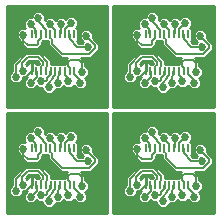
<source format=gbl>
G75*
%MOIN*%
%OFA0B0*%
%FSLAX25Y25*%
%IPPOS*%
%LPD*%
%AMOC8*
5,1,8,0,0,1.08239X$1,22.5*
%
%ADD10R,0.00787X0.02756*%
%ADD11C,0.01000*%
%ADD12C,0.02700*%
%ADD13C,0.00600*%
D10*
X0012327Y0013500D03*
X0013902Y0013500D03*
X0015476Y0013500D03*
X0017051Y0013500D03*
X0018626Y0013500D03*
X0020201Y0013500D03*
X0021776Y0013500D03*
X0023350Y0013500D03*
X0024925Y0013500D03*
X0026500Y0013500D03*
X0026500Y0025626D03*
X0024846Y0025626D03*
X0023272Y0025626D03*
X0021697Y0025626D03*
X0020122Y0025626D03*
X0018547Y0025626D03*
X0016972Y0025626D03*
X0015398Y0025626D03*
X0013823Y0025626D03*
X0012248Y0025626D03*
X0012327Y0051500D03*
X0013902Y0051500D03*
X0015476Y0051500D03*
X0017051Y0051500D03*
X0018626Y0051500D03*
X0020201Y0051500D03*
X0021776Y0051500D03*
X0023350Y0051500D03*
X0024925Y0051500D03*
X0026500Y0051500D03*
X0026500Y0063626D03*
X0024846Y0063626D03*
X0023272Y0063626D03*
X0021697Y0063626D03*
X0020122Y0063626D03*
X0018547Y0063626D03*
X0016972Y0063626D03*
X0015398Y0063626D03*
X0013823Y0063626D03*
X0012248Y0063626D03*
X0050248Y0063626D03*
X0051823Y0063626D03*
X0053398Y0063626D03*
X0054972Y0063626D03*
X0056547Y0063626D03*
X0058122Y0063626D03*
X0059697Y0063626D03*
X0061272Y0063626D03*
X0062846Y0063626D03*
X0064500Y0063626D03*
X0064500Y0051500D03*
X0062925Y0051500D03*
X0061350Y0051500D03*
X0059776Y0051500D03*
X0058201Y0051500D03*
X0056626Y0051500D03*
X0055051Y0051500D03*
X0053476Y0051500D03*
X0051902Y0051500D03*
X0050327Y0051500D03*
X0050248Y0025626D03*
X0051823Y0025626D03*
X0053398Y0025626D03*
X0054972Y0025626D03*
X0056547Y0025626D03*
X0058122Y0025626D03*
X0059697Y0025626D03*
X0061272Y0025626D03*
X0062846Y0025626D03*
X0064500Y0025626D03*
X0064500Y0013500D03*
X0062925Y0013500D03*
X0061350Y0013500D03*
X0059776Y0013500D03*
X0058201Y0013500D03*
X0056626Y0013500D03*
X0055051Y0013500D03*
X0053476Y0013500D03*
X0051902Y0013500D03*
X0050327Y0013500D03*
D11*
X0004000Y0004000D02*
X0004000Y0037500D01*
X0037500Y0037500D01*
X0037500Y0004000D01*
X0004000Y0004000D01*
X0004000Y0004411D02*
X0037500Y0004411D01*
X0037500Y0005409D02*
X0004000Y0005409D01*
X0004000Y0006408D02*
X0016410Y0006408D01*
X0017068Y0005750D02*
X0015750Y0007068D01*
X0015750Y0007750D01*
X0014568Y0007750D01*
X0014000Y0008318D01*
X0012932Y0007250D01*
X0011068Y0007250D01*
X0009750Y0008568D01*
X0009750Y0010432D01*
X0010655Y0011337D01*
X0010605Y0011423D01*
X0010432Y0011250D01*
X0009250Y0011250D01*
X0009250Y0010568D01*
X0007932Y0009250D01*
X0006068Y0009250D01*
X0004750Y0010568D01*
X0004750Y0012432D01*
X0005800Y0013482D01*
X0005800Y0015997D01*
X0006503Y0016700D01*
X0010003Y0020200D01*
X0015497Y0020200D01*
X0016200Y0019497D01*
X0018700Y0016997D01*
X0018700Y0015778D01*
X0019392Y0015778D01*
X0019413Y0015757D01*
X0019434Y0015778D01*
X0020967Y0015778D01*
X0020988Y0015757D01*
X0021009Y0015778D01*
X0022542Y0015778D01*
X0022563Y0015757D01*
X0022584Y0015778D01*
X0023300Y0015778D01*
X0023300Y0016997D01*
X0023800Y0017497D01*
X0024103Y0017800D01*
X0022003Y0017800D01*
X0021300Y0018503D01*
X0017800Y0022003D01*
X0017800Y0023348D01*
X0017781Y0023348D01*
X0017760Y0023369D01*
X0017739Y0023348D01*
X0016206Y0023348D01*
X0016185Y0023369D01*
X0016164Y0023348D01*
X0016045Y0023348D01*
X0015700Y0023003D01*
X0015700Y0022003D01*
X0015200Y0021503D01*
X0014497Y0020800D01*
X0010503Y0020800D01*
X0009003Y0022300D01*
X0008300Y0023003D01*
X0008300Y0023518D01*
X0007250Y0024568D01*
X0007250Y0026432D01*
X0008568Y0027750D01*
X0010068Y0027750D01*
X0009750Y0028068D01*
X0009750Y0029932D01*
X0011068Y0031250D01*
X0012250Y0031250D01*
X0012250Y0031932D01*
X0013568Y0033250D01*
X0015432Y0033250D01*
X0016750Y0031932D01*
X0016750Y0030432D01*
X0017568Y0031250D01*
X0019432Y0031250D01*
X0020250Y0030432D01*
X0021068Y0031250D01*
X0022932Y0031250D01*
X0023500Y0030682D01*
X0024568Y0031750D01*
X0026432Y0031750D01*
X0027750Y0030432D01*
X0027750Y0028568D01*
X0027086Y0027904D01*
X0027266Y0027904D01*
X0027794Y0027377D01*
X0027794Y0023875D01*
X0027308Y0023389D01*
X0027997Y0022700D01*
X0029018Y0022700D01*
X0029318Y0023000D01*
X0028250Y0024068D01*
X0028250Y0025932D01*
X0029568Y0027250D01*
X0031432Y0027250D01*
X0032750Y0025932D01*
X0032750Y0024447D01*
X0034700Y0022497D01*
X0034700Y0020503D01*
X0033997Y0019800D01*
X0031997Y0017800D01*
X0028897Y0017800D01*
X0029497Y0017200D01*
X0030200Y0016497D01*
X0030200Y0014982D01*
X0031250Y0013932D01*
X0031250Y0012068D01*
X0030182Y0011000D01*
X0030750Y0010432D01*
X0030750Y0008568D01*
X0029432Y0007250D01*
X0027568Y0007250D01*
X0026250Y0008568D01*
X0026250Y0008568D01*
X0025432Y0007750D01*
X0023568Y0007750D01*
X0023000Y0008318D01*
X0021932Y0007250D01*
X0020250Y0007250D01*
X0020250Y0007068D01*
X0018932Y0005750D01*
X0017068Y0005750D01*
X0015750Y0007406D02*
X0013088Y0007406D01*
X0010912Y0007406D02*
X0004000Y0007406D01*
X0004000Y0008405D02*
X0009913Y0008405D01*
X0009750Y0009403D02*
X0008085Y0009403D01*
X0009084Y0010402D02*
X0009750Y0010402D01*
X0010582Y0011400D02*
X0010618Y0011400D01*
X0012327Y0013500D02*
X0012327Y0016378D01*
X0012327Y0013500D01*
X0012327Y0013500D01*
X0012327Y0014396D02*
X0012327Y0014396D01*
X0012327Y0015394D02*
X0012327Y0015394D01*
X0013299Y0016276D02*
X0013641Y0016078D01*
X0013921Y0015799D01*
X0013933Y0015778D01*
X0014581Y0015778D01*
X0014800Y0015997D01*
X0014800Y0016003D01*
X0014003Y0016800D01*
X0011497Y0016800D01*
X0010439Y0015742D01*
X0010605Y0015577D01*
X0010733Y0015799D01*
X0011012Y0016078D01*
X0011354Y0016276D01*
X0011736Y0016378D01*
X0012327Y0016378D01*
X0012918Y0016378D01*
X0013299Y0016276D01*
X0014410Y0016393D02*
X0011090Y0016393D01*
X0008193Y0018390D02*
X0004000Y0018390D01*
X0004000Y0017391D02*
X0007194Y0017391D01*
X0006196Y0016393D02*
X0004000Y0016393D01*
X0004000Y0015394D02*
X0005800Y0015394D01*
X0005800Y0014396D02*
X0004000Y0014396D01*
X0004000Y0013397D02*
X0005715Y0013397D01*
X0004750Y0012399D02*
X0004000Y0012399D01*
X0004000Y0011400D02*
X0004750Y0011400D01*
X0004916Y0010402D02*
X0004000Y0010402D01*
X0004000Y0009403D02*
X0005915Y0009403D01*
X0004000Y0019388D02*
X0009191Y0019388D01*
X0009918Y0021385D02*
X0004000Y0021385D01*
X0004000Y0020387D02*
X0019416Y0020387D01*
X0020415Y0019388D02*
X0016309Y0019388D01*
X0017307Y0018390D02*
X0021413Y0018390D01*
X0023694Y0017391D02*
X0018306Y0017391D01*
X0018700Y0016393D02*
X0023300Y0016393D01*
X0018418Y0021385D02*
X0015082Y0021385D01*
X0015700Y0022384D02*
X0017800Y0022384D01*
X0010190Y0030372D02*
X0004000Y0030372D01*
X0004000Y0031370D02*
X0012250Y0031370D01*
X0012687Y0032369D02*
X0004000Y0032369D01*
X0004000Y0033368D02*
X0037500Y0033368D01*
X0037500Y0034366D02*
X0004000Y0034366D01*
X0004000Y0035365D02*
X0037500Y0035365D01*
X0037500Y0036363D02*
X0004000Y0036363D01*
X0004000Y0037362D02*
X0037500Y0037362D01*
X0039500Y0037362D02*
X0073000Y0037362D01*
X0073000Y0037500D02*
X0073000Y0004000D01*
X0039500Y0004000D01*
X0039500Y0037500D01*
X0073000Y0037500D01*
X0073000Y0036363D02*
X0039500Y0036363D01*
X0039500Y0035365D02*
X0073000Y0035365D01*
X0073000Y0034366D02*
X0039500Y0034366D01*
X0039500Y0033368D02*
X0073000Y0033368D01*
X0073000Y0032369D02*
X0054313Y0032369D01*
X0054750Y0031932D02*
X0053432Y0033250D01*
X0051568Y0033250D01*
X0050250Y0031932D01*
X0050250Y0031250D01*
X0049068Y0031250D01*
X0047750Y0029932D01*
X0047750Y0028068D01*
X0048068Y0027750D01*
X0046568Y0027750D01*
X0045250Y0026432D01*
X0045250Y0024568D01*
X0046300Y0023518D01*
X0046300Y0023003D01*
X0047003Y0022300D01*
X0048503Y0020800D01*
X0052497Y0020800D01*
X0053700Y0022003D01*
X0053700Y0023003D01*
X0054045Y0023348D01*
X0054164Y0023348D01*
X0054185Y0023369D01*
X0054206Y0023348D01*
X0055739Y0023348D01*
X0055760Y0023369D01*
X0055781Y0023348D01*
X0055800Y0023348D01*
X0055800Y0022003D01*
X0059300Y0018503D01*
X0060003Y0017800D01*
X0062103Y0017800D01*
X0061800Y0017497D01*
X0061300Y0016997D01*
X0061300Y0015778D01*
X0060584Y0015778D01*
X0060563Y0015757D01*
X0060542Y0015778D01*
X0059009Y0015778D01*
X0058988Y0015757D01*
X0058967Y0015778D01*
X0057434Y0015778D01*
X0057413Y0015757D01*
X0057392Y0015778D01*
X0056700Y0015778D01*
X0056700Y0016997D01*
X0054200Y0019497D01*
X0053497Y0020200D01*
X0048003Y0020200D01*
X0044503Y0016700D01*
X0043800Y0015997D01*
X0043800Y0013482D01*
X0042750Y0012432D01*
X0042750Y0010568D01*
X0044068Y0009250D01*
X0045932Y0009250D01*
X0047250Y0010568D01*
X0047250Y0011250D01*
X0048432Y0011250D01*
X0048605Y0011423D01*
X0048655Y0011337D01*
X0047750Y0010432D01*
X0047750Y0008568D01*
X0049068Y0007250D01*
X0050932Y0007250D01*
X0052000Y0008318D01*
X0052568Y0007750D01*
X0053750Y0007750D01*
X0053750Y0007068D01*
X0055068Y0005750D01*
X0056932Y0005750D01*
X0058250Y0007068D01*
X0058250Y0007250D01*
X0059932Y0007250D01*
X0061000Y0008318D01*
X0061568Y0007750D01*
X0063432Y0007750D01*
X0064250Y0008568D01*
X0065568Y0007250D01*
X0067432Y0007250D01*
X0068750Y0008568D01*
X0068750Y0010432D01*
X0068182Y0011000D01*
X0069250Y0012068D01*
X0069250Y0013932D01*
X0068200Y0014982D01*
X0068200Y0016497D01*
X0067497Y0017200D01*
X0066897Y0017800D01*
X0069997Y0017800D01*
X0071997Y0019800D01*
X0072700Y0020503D01*
X0072700Y0022497D01*
X0070750Y0024447D01*
X0070750Y0025932D01*
X0069432Y0027250D01*
X0067568Y0027250D01*
X0066250Y0025932D01*
X0066250Y0024068D01*
X0067318Y0023000D01*
X0067018Y0022700D01*
X0065997Y0022700D01*
X0065308Y0023389D01*
X0065794Y0023875D01*
X0065794Y0027377D01*
X0065266Y0027904D01*
X0065086Y0027904D01*
X0065750Y0028568D01*
X0065750Y0030432D01*
X0064432Y0031750D01*
X0062568Y0031750D01*
X0061500Y0030682D01*
X0060932Y0031250D01*
X0059068Y0031250D01*
X0058250Y0030432D01*
X0057432Y0031250D01*
X0055568Y0031250D01*
X0054750Y0030432D01*
X0054750Y0031932D01*
X0054750Y0031370D02*
X0062189Y0031370D01*
X0064811Y0031370D02*
X0073000Y0031370D01*
X0073000Y0030372D02*
X0065750Y0030372D01*
X0065750Y0029373D02*
X0073000Y0029373D01*
X0073000Y0028375D02*
X0065557Y0028375D01*
X0065794Y0027376D02*
X0073000Y0027376D01*
X0073000Y0026378D02*
X0070304Y0026378D01*
X0070750Y0025379D02*
X0073000Y0025379D01*
X0073000Y0024381D02*
X0070816Y0024381D01*
X0071815Y0023382D02*
X0073000Y0023382D01*
X0073000Y0022384D02*
X0072700Y0022384D01*
X0072700Y0021385D02*
X0073000Y0021385D01*
X0073000Y0020387D02*
X0072584Y0020387D01*
X0073000Y0019388D02*
X0071585Y0019388D01*
X0070587Y0018390D02*
X0073000Y0018390D01*
X0073000Y0017391D02*
X0067306Y0017391D01*
X0068200Y0016393D02*
X0073000Y0016393D01*
X0073000Y0015394D02*
X0068200Y0015394D01*
X0068786Y0014396D02*
X0073000Y0014396D01*
X0073000Y0013397D02*
X0069250Y0013397D01*
X0069250Y0012399D02*
X0073000Y0012399D01*
X0073000Y0011400D02*
X0068582Y0011400D01*
X0068750Y0010402D02*
X0073000Y0010402D01*
X0073000Y0009403D02*
X0068750Y0009403D01*
X0068587Y0008405D02*
X0073000Y0008405D01*
X0073000Y0007406D02*
X0067588Y0007406D01*
X0065412Y0007406D02*
X0060088Y0007406D01*
X0057590Y0006408D02*
X0073000Y0006408D01*
X0073000Y0005409D02*
X0039500Y0005409D01*
X0039500Y0006408D02*
X0054410Y0006408D01*
X0053750Y0007406D02*
X0051088Y0007406D01*
X0048912Y0007406D02*
X0039500Y0007406D01*
X0039500Y0008405D02*
X0047913Y0008405D01*
X0047750Y0009403D02*
X0046085Y0009403D01*
X0047084Y0010402D02*
X0047750Y0010402D01*
X0048582Y0011400D02*
X0048618Y0011400D01*
X0050327Y0013500D02*
X0050327Y0016378D01*
X0050327Y0013500D01*
X0050327Y0013500D01*
X0050327Y0014396D02*
X0050327Y0014396D01*
X0050327Y0015394D02*
X0050327Y0015394D01*
X0050327Y0016378D02*
X0049736Y0016378D01*
X0049354Y0016276D01*
X0049012Y0016078D01*
X0048733Y0015799D01*
X0048605Y0015577D01*
X0048439Y0015742D01*
X0049497Y0016800D01*
X0052003Y0016800D01*
X0052800Y0016003D01*
X0052800Y0015997D01*
X0052581Y0015778D01*
X0051933Y0015778D01*
X0051921Y0015799D01*
X0051641Y0016078D01*
X0051299Y0016276D01*
X0050918Y0016378D01*
X0050327Y0016378D01*
X0049090Y0016393D02*
X0052410Y0016393D01*
X0055307Y0018390D02*
X0059413Y0018390D01*
X0058415Y0019388D02*
X0054309Y0019388D01*
X0053082Y0021385D02*
X0056418Y0021385D01*
X0057416Y0020387D02*
X0039500Y0020387D01*
X0039500Y0021385D02*
X0047918Y0021385D01*
X0047003Y0022300D02*
X0047003Y0022300D01*
X0046919Y0022384D02*
X0039500Y0022384D01*
X0039500Y0023382D02*
X0046300Y0023382D01*
X0045437Y0024381D02*
X0039500Y0024381D01*
X0039500Y0025379D02*
X0045250Y0025379D01*
X0045250Y0026378D02*
X0039500Y0026378D01*
X0039500Y0027376D02*
X0046194Y0027376D01*
X0047750Y0028375D02*
X0039500Y0028375D01*
X0039500Y0029373D02*
X0047750Y0029373D01*
X0048190Y0030372D02*
X0039500Y0030372D01*
X0039500Y0031370D02*
X0050250Y0031370D01*
X0050687Y0032369D02*
X0039500Y0032369D01*
X0037500Y0032369D02*
X0016313Y0032369D01*
X0016750Y0031370D02*
X0024189Y0031370D01*
X0026811Y0031370D02*
X0037500Y0031370D01*
X0037500Y0030372D02*
X0027750Y0030372D01*
X0027750Y0029373D02*
X0037500Y0029373D01*
X0037500Y0028375D02*
X0027557Y0028375D01*
X0027794Y0027376D02*
X0037500Y0027376D01*
X0037500Y0026378D02*
X0032304Y0026378D01*
X0032750Y0025379D02*
X0037500Y0025379D01*
X0037500Y0024381D02*
X0032816Y0024381D01*
X0033815Y0023382D02*
X0037500Y0023382D01*
X0037500Y0022384D02*
X0034700Y0022384D01*
X0034700Y0021385D02*
X0037500Y0021385D01*
X0037500Y0020387D02*
X0034584Y0020387D01*
X0033585Y0019388D02*
X0037500Y0019388D01*
X0037500Y0018390D02*
X0032587Y0018390D01*
X0030200Y0016393D02*
X0037500Y0016393D01*
X0037500Y0017391D02*
X0029306Y0017391D01*
X0030200Y0015394D02*
X0037500Y0015394D01*
X0037500Y0014396D02*
X0030786Y0014396D01*
X0031250Y0013397D02*
X0037500Y0013397D01*
X0037500Y0012399D02*
X0031250Y0012399D01*
X0030582Y0011400D02*
X0037500Y0011400D01*
X0037500Y0010402D02*
X0030750Y0010402D01*
X0030750Y0009403D02*
X0037500Y0009403D01*
X0037500Y0008405D02*
X0030587Y0008405D01*
X0029588Y0007406D02*
X0037500Y0007406D01*
X0037500Y0006408D02*
X0019590Y0006408D01*
X0022088Y0007406D02*
X0027412Y0007406D01*
X0026413Y0008405D02*
X0026087Y0008405D01*
X0039500Y0009403D02*
X0043915Y0009403D01*
X0042916Y0010402D02*
X0039500Y0010402D01*
X0039500Y0011400D02*
X0042750Y0011400D01*
X0042750Y0012399D02*
X0039500Y0012399D01*
X0039500Y0013397D02*
X0043715Y0013397D01*
X0043800Y0014396D02*
X0039500Y0014396D01*
X0039500Y0015394D02*
X0043800Y0015394D01*
X0044196Y0016393D02*
X0039500Y0016393D01*
X0039500Y0017391D02*
X0045194Y0017391D01*
X0046193Y0018390D02*
X0039500Y0018390D01*
X0039500Y0019388D02*
X0047191Y0019388D01*
X0053700Y0022384D02*
X0055800Y0022384D01*
X0056306Y0017391D02*
X0061694Y0017391D01*
X0061300Y0016393D02*
X0056700Y0016393D01*
X0064250Y0008568D02*
X0064250Y0008568D01*
X0064087Y0008405D02*
X0064413Y0008405D01*
X0073000Y0004411D02*
X0039500Y0004411D01*
X0028936Y0023382D02*
X0027315Y0023382D01*
X0027794Y0024381D02*
X0028250Y0024381D01*
X0028250Y0025379D02*
X0027794Y0025379D01*
X0027794Y0026378D02*
X0028696Y0026378D01*
X0037500Y0039500D02*
X0037500Y0073000D01*
X0004000Y0073000D01*
X0004000Y0039500D01*
X0037500Y0039500D01*
X0037500Y0040357D02*
X0004000Y0040357D01*
X0004000Y0041356D02*
X0037500Y0041356D01*
X0037500Y0042354D02*
X0004000Y0042354D01*
X0004000Y0043353D02*
X0037500Y0043353D01*
X0037500Y0044351D02*
X0019533Y0044351D01*
X0018932Y0043750D02*
X0020250Y0045068D01*
X0020250Y0045250D01*
X0021932Y0045250D01*
X0023000Y0046318D01*
X0023568Y0045750D01*
X0025432Y0045750D01*
X0026250Y0046568D01*
X0027568Y0045250D01*
X0029432Y0045250D01*
X0030750Y0046568D01*
X0030750Y0048432D01*
X0030182Y0049000D01*
X0031250Y0050068D01*
X0031250Y0051932D01*
X0030200Y0052982D01*
X0030200Y0054497D01*
X0029497Y0055200D01*
X0028897Y0055800D01*
X0031997Y0055800D01*
X0034700Y0058503D01*
X0034700Y0060497D01*
X0032750Y0062447D01*
X0032750Y0063932D01*
X0031432Y0065250D01*
X0029568Y0065250D01*
X0028250Y0063932D01*
X0028250Y0062068D01*
X0029318Y0061000D01*
X0029018Y0060700D01*
X0027997Y0060700D01*
X0027308Y0061389D01*
X0027794Y0061875D01*
X0027794Y0065377D01*
X0027266Y0065904D01*
X0027086Y0065904D01*
X0027750Y0066568D01*
X0027750Y0068432D01*
X0026432Y0069750D01*
X0024568Y0069750D01*
X0023500Y0068682D01*
X0022932Y0069250D01*
X0021068Y0069250D01*
X0020250Y0068432D01*
X0019432Y0069250D01*
X0017568Y0069250D01*
X0016750Y0068432D01*
X0016750Y0069932D01*
X0015432Y0071250D01*
X0013568Y0071250D01*
X0012250Y0069932D01*
X0012250Y0069250D01*
X0011068Y0069250D01*
X0009750Y0067932D01*
X0009750Y0066068D01*
X0010068Y0065750D01*
X0008568Y0065750D01*
X0007250Y0064432D01*
X0007250Y0062568D01*
X0008300Y0061518D01*
X0008300Y0061003D01*
X0009003Y0060300D01*
X0010503Y0058800D01*
X0014497Y0058800D01*
X0015200Y0059503D01*
X0015700Y0060003D01*
X0015700Y0061003D01*
X0016045Y0061348D01*
X0016164Y0061348D01*
X0016185Y0061369D01*
X0016206Y0061348D01*
X0017739Y0061348D01*
X0017760Y0061369D01*
X0017781Y0061348D01*
X0017800Y0061348D01*
X0017800Y0060003D01*
X0021300Y0056503D01*
X0022003Y0055800D01*
X0024103Y0055800D01*
X0024003Y0055700D01*
X0024003Y0055700D01*
X0023300Y0054997D01*
X0023300Y0053778D01*
X0022584Y0053778D01*
X0022563Y0053757D01*
X0022542Y0053778D01*
X0021009Y0053778D01*
X0020988Y0053757D01*
X0020967Y0053778D01*
X0019434Y0053778D01*
X0019413Y0053757D01*
X0019392Y0053778D01*
X0018700Y0053778D01*
X0018700Y0054997D01*
X0016200Y0057497D01*
X0015497Y0058200D01*
X0010003Y0058200D01*
X0006503Y0054700D01*
X0005800Y0053997D01*
X0005800Y0051482D01*
X0004750Y0050432D01*
X0004750Y0048568D01*
X0006068Y0047250D01*
X0007932Y0047250D01*
X0009250Y0048568D01*
X0009250Y0049250D01*
X0010432Y0049250D01*
X0010605Y0049423D01*
X0010655Y0049337D01*
X0009750Y0048432D01*
X0009750Y0046568D01*
X0011068Y0045250D01*
X0012932Y0045250D01*
X0014000Y0046318D01*
X0014568Y0045750D01*
X0015750Y0045750D01*
X0015750Y0045068D01*
X0017068Y0043750D01*
X0018932Y0043750D01*
X0016467Y0044351D02*
X0004000Y0044351D01*
X0004000Y0045350D02*
X0010968Y0045350D01*
X0009970Y0046348D02*
X0004000Y0046348D01*
X0004000Y0047347D02*
X0005971Y0047347D01*
X0004973Y0048345D02*
X0004000Y0048345D01*
X0004000Y0049344D02*
X0004750Y0049344D01*
X0004750Y0050342D02*
X0004000Y0050342D01*
X0004000Y0051341D02*
X0005659Y0051341D01*
X0005800Y0052339D02*
X0004000Y0052339D01*
X0004000Y0053338D02*
X0005800Y0053338D01*
X0006139Y0054336D02*
X0004000Y0054336D01*
X0004000Y0055335D02*
X0007138Y0055335D01*
X0008136Y0056333D02*
X0004000Y0056333D01*
X0004000Y0057332D02*
X0009135Y0057332D01*
X0009974Y0059329D02*
X0004000Y0059329D01*
X0004000Y0060327D02*
X0008976Y0060327D01*
X0008300Y0061326D02*
X0004000Y0061326D01*
X0004000Y0062324D02*
X0007494Y0062324D01*
X0007250Y0063323D02*
X0004000Y0063323D01*
X0004000Y0064321D02*
X0007250Y0064321D01*
X0008138Y0065320D02*
X0004000Y0065320D01*
X0004000Y0066318D02*
X0009750Y0066318D01*
X0009750Y0067317D02*
X0004000Y0067317D01*
X0004000Y0068315D02*
X0010133Y0068315D01*
X0012250Y0069314D02*
X0004000Y0069314D01*
X0004000Y0070312D02*
X0012630Y0070312D01*
X0016370Y0070312D02*
X0037500Y0070312D01*
X0037500Y0069314D02*
X0026868Y0069314D01*
X0027750Y0068315D02*
X0037500Y0068315D01*
X0037500Y0067317D02*
X0027750Y0067317D01*
X0027500Y0066318D02*
X0037500Y0066318D01*
X0037500Y0065320D02*
X0027794Y0065320D01*
X0027794Y0064321D02*
X0028639Y0064321D01*
X0028250Y0063323D02*
X0027794Y0063323D01*
X0027794Y0062324D02*
X0028250Y0062324D01*
X0028992Y0061326D02*
X0027371Y0061326D01*
X0032873Y0062324D02*
X0037500Y0062324D01*
X0037500Y0061326D02*
X0033871Y0061326D01*
X0034700Y0060327D02*
X0037500Y0060327D01*
X0037500Y0059329D02*
X0034700Y0059329D01*
X0034527Y0058330D02*
X0037500Y0058330D01*
X0037500Y0057332D02*
X0033529Y0057332D01*
X0032530Y0056333D02*
X0037500Y0056333D01*
X0037500Y0055335D02*
X0029362Y0055335D01*
X0030200Y0054336D02*
X0037500Y0054336D01*
X0037500Y0053338D02*
X0030200Y0053338D01*
X0030843Y0052339D02*
X0037500Y0052339D01*
X0037500Y0051341D02*
X0031250Y0051341D01*
X0031250Y0050342D02*
X0037500Y0050342D01*
X0037500Y0049344D02*
X0030526Y0049344D01*
X0030750Y0048345D02*
X0037500Y0048345D01*
X0037500Y0047347D02*
X0030750Y0047347D01*
X0030530Y0046348D02*
X0037500Y0046348D01*
X0037500Y0045350D02*
X0029532Y0045350D01*
X0027468Y0045350D02*
X0022032Y0045350D01*
X0026030Y0046348D02*
X0026470Y0046348D01*
X0026250Y0046568D02*
X0026250Y0046568D01*
X0023300Y0054336D02*
X0018700Y0054336D01*
X0018362Y0055335D02*
X0023638Y0055335D01*
X0021470Y0056333D02*
X0017364Y0056333D01*
X0016365Y0057332D02*
X0020471Y0057332D01*
X0019473Y0058330D02*
X0004000Y0058330D01*
X0010439Y0053742D02*
X0011497Y0054800D01*
X0014003Y0054800D01*
X0014800Y0054003D01*
X0014800Y0053997D01*
X0014581Y0053778D01*
X0013933Y0053778D01*
X0013921Y0053799D01*
X0013641Y0054078D01*
X0013299Y0054276D01*
X0012918Y0054378D01*
X0012327Y0054378D01*
X0012327Y0051500D01*
X0012327Y0051500D01*
X0012327Y0054378D01*
X0011736Y0054378D01*
X0011354Y0054276D01*
X0011012Y0054078D01*
X0010733Y0053799D01*
X0010605Y0053577D01*
X0010439Y0053742D01*
X0011033Y0054336D02*
X0011580Y0054336D01*
X0012327Y0054336D02*
X0012327Y0054336D01*
X0013074Y0054336D02*
X0014467Y0054336D01*
X0012327Y0053338D02*
X0012327Y0053338D01*
X0012327Y0052339D02*
X0012327Y0052339D01*
X0010650Y0049344D02*
X0010526Y0049344D01*
X0009750Y0048345D02*
X0009027Y0048345D01*
X0009750Y0047347D02*
X0008029Y0047347D01*
X0013032Y0045350D02*
X0015750Y0045350D01*
X0015026Y0059329D02*
X0018474Y0059329D01*
X0017800Y0060327D02*
X0015700Y0060327D01*
X0016023Y0061326D02*
X0017800Y0061326D01*
X0016750Y0069314D02*
X0024132Y0069314D01*
X0032361Y0064321D02*
X0037500Y0064321D01*
X0037500Y0063323D02*
X0032750Y0063323D01*
X0039500Y0063323D02*
X0045250Y0063323D01*
X0045250Y0062568D02*
X0046300Y0061518D01*
X0046300Y0061003D01*
X0047003Y0060300D01*
X0048503Y0058800D01*
X0052497Y0058800D01*
X0053200Y0059503D01*
X0053700Y0060003D01*
X0053700Y0061003D01*
X0054045Y0061348D01*
X0054164Y0061348D01*
X0054185Y0061369D01*
X0054206Y0061348D01*
X0055739Y0061348D01*
X0055760Y0061369D01*
X0055781Y0061348D01*
X0055800Y0061348D01*
X0055800Y0060003D01*
X0059300Y0056503D01*
X0060003Y0055800D01*
X0062103Y0055800D01*
X0061800Y0055497D01*
X0061300Y0054997D01*
X0061300Y0053778D01*
X0060584Y0053778D01*
X0060563Y0053757D01*
X0060542Y0053778D01*
X0059009Y0053778D01*
X0058988Y0053757D01*
X0058967Y0053778D01*
X0057434Y0053778D01*
X0057413Y0053757D01*
X0057392Y0053778D01*
X0056700Y0053778D01*
X0056700Y0054997D01*
X0054200Y0057497D01*
X0053497Y0058200D01*
X0048003Y0058200D01*
X0044503Y0054700D01*
X0043800Y0053997D01*
X0043800Y0051482D01*
X0042750Y0050432D01*
X0042750Y0048568D01*
X0044068Y0047250D01*
X0045932Y0047250D01*
X0047250Y0048568D01*
X0047250Y0049250D01*
X0048432Y0049250D01*
X0048605Y0049423D01*
X0048655Y0049337D01*
X0047750Y0048432D01*
X0047750Y0046568D01*
X0049068Y0045250D01*
X0050932Y0045250D01*
X0052000Y0046318D01*
X0052568Y0045750D01*
X0053750Y0045750D01*
X0053750Y0045068D01*
X0055068Y0043750D01*
X0056932Y0043750D01*
X0058250Y0045068D01*
X0058250Y0045250D01*
X0059932Y0045250D01*
X0061000Y0046318D01*
X0061568Y0045750D01*
X0063432Y0045750D01*
X0064250Y0046568D01*
X0065568Y0045250D01*
X0067432Y0045250D01*
X0068750Y0046568D01*
X0068750Y0048432D01*
X0068182Y0049000D01*
X0069250Y0050068D01*
X0069250Y0051932D01*
X0068200Y0052982D01*
X0068200Y0054497D01*
X0067497Y0055200D01*
X0066897Y0055800D01*
X0069997Y0055800D01*
X0071997Y0057800D01*
X0072700Y0058503D01*
X0072700Y0060497D01*
X0070750Y0062447D01*
X0070750Y0063932D01*
X0069432Y0065250D01*
X0067568Y0065250D01*
X0066250Y0063932D01*
X0066250Y0062068D01*
X0067318Y0061000D01*
X0067018Y0060700D01*
X0065997Y0060700D01*
X0065308Y0061389D01*
X0065794Y0061875D01*
X0065794Y0065377D01*
X0065266Y0065904D01*
X0065086Y0065904D01*
X0065750Y0066568D01*
X0065750Y0068432D01*
X0064432Y0069750D01*
X0062568Y0069750D01*
X0061500Y0068682D01*
X0060932Y0069250D01*
X0059068Y0069250D01*
X0058250Y0068432D01*
X0057432Y0069250D01*
X0055568Y0069250D01*
X0054750Y0068432D01*
X0054750Y0069932D01*
X0053432Y0071250D01*
X0051568Y0071250D01*
X0050250Y0069932D01*
X0050250Y0069250D01*
X0049068Y0069250D01*
X0047750Y0067932D01*
X0047750Y0066068D01*
X0048068Y0065750D01*
X0046568Y0065750D01*
X0045250Y0064432D01*
X0045250Y0062568D01*
X0045494Y0062324D02*
X0039500Y0062324D01*
X0039500Y0061326D02*
X0046300Y0061326D01*
X0046976Y0060327D02*
X0039500Y0060327D01*
X0039500Y0059329D02*
X0047974Y0059329D01*
X0047135Y0057332D02*
X0039500Y0057332D01*
X0039500Y0058330D02*
X0057473Y0058330D01*
X0058471Y0057332D02*
X0054365Y0057332D01*
X0055364Y0056333D02*
X0059470Y0056333D01*
X0061638Y0055335D02*
X0056362Y0055335D01*
X0056700Y0054336D02*
X0061300Y0054336D01*
X0056474Y0059329D02*
X0053026Y0059329D01*
X0053700Y0060327D02*
X0055800Y0060327D01*
X0055800Y0061326D02*
X0054023Y0061326D01*
X0052003Y0054800D02*
X0049497Y0054800D01*
X0048439Y0053742D01*
X0048605Y0053577D01*
X0048733Y0053799D01*
X0049012Y0054078D01*
X0049354Y0054276D01*
X0049736Y0054378D01*
X0050327Y0054378D01*
X0050327Y0051500D01*
X0050327Y0051500D01*
X0050327Y0054378D01*
X0050918Y0054378D01*
X0051299Y0054276D01*
X0051641Y0054078D01*
X0051921Y0053799D01*
X0051933Y0053778D01*
X0052581Y0053778D01*
X0052800Y0053997D01*
X0052800Y0054003D01*
X0052003Y0054800D01*
X0052467Y0054336D02*
X0051074Y0054336D01*
X0050327Y0054336D02*
X0050327Y0054336D01*
X0049580Y0054336D02*
X0049033Y0054336D01*
X0050327Y0053338D02*
X0050327Y0053338D01*
X0050327Y0052339D02*
X0050327Y0052339D01*
X0048650Y0049344D02*
X0048526Y0049344D01*
X0047750Y0048345D02*
X0047027Y0048345D01*
X0047750Y0047347D02*
X0046029Y0047347D01*
X0043971Y0047347D02*
X0039500Y0047347D01*
X0039500Y0048345D02*
X0042973Y0048345D01*
X0042750Y0049344D02*
X0039500Y0049344D01*
X0039500Y0050342D02*
X0042750Y0050342D01*
X0043659Y0051341D02*
X0039500Y0051341D01*
X0039500Y0052339D02*
X0043800Y0052339D01*
X0043800Y0053338D02*
X0039500Y0053338D01*
X0039500Y0054336D02*
X0044139Y0054336D01*
X0045138Y0055335D02*
X0039500Y0055335D01*
X0039500Y0056333D02*
X0046136Y0056333D01*
X0045250Y0064321D02*
X0039500Y0064321D01*
X0039500Y0065320D02*
X0046138Y0065320D01*
X0047750Y0066318D02*
X0039500Y0066318D01*
X0039500Y0067317D02*
X0047750Y0067317D01*
X0048133Y0068315D02*
X0039500Y0068315D01*
X0039500Y0069314D02*
X0050250Y0069314D01*
X0050630Y0070312D02*
X0039500Y0070312D01*
X0039500Y0071311D02*
X0073000Y0071311D01*
X0073000Y0072309D02*
X0039500Y0072309D01*
X0039500Y0073000D02*
X0073000Y0073000D01*
X0073000Y0039500D01*
X0039500Y0039500D01*
X0039500Y0073000D01*
X0037500Y0072309D02*
X0004000Y0072309D01*
X0004000Y0071311D02*
X0037500Y0071311D01*
X0054370Y0070312D02*
X0073000Y0070312D01*
X0073000Y0069314D02*
X0064868Y0069314D01*
X0065750Y0068315D02*
X0073000Y0068315D01*
X0073000Y0067317D02*
X0065750Y0067317D01*
X0065500Y0066318D02*
X0073000Y0066318D01*
X0073000Y0065320D02*
X0065794Y0065320D01*
X0065794Y0064321D02*
X0066639Y0064321D01*
X0066250Y0063323D02*
X0065794Y0063323D01*
X0065794Y0062324D02*
X0066250Y0062324D01*
X0066992Y0061326D02*
X0065371Y0061326D01*
X0070750Y0063323D02*
X0073000Y0063323D01*
X0073000Y0064321D02*
X0070361Y0064321D01*
X0070873Y0062324D02*
X0073000Y0062324D01*
X0073000Y0061326D02*
X0071871Y0061326D01*
X0072700Y0060327D02*
X0073000Y0060327D01*
X0073000Y0059329D02*
X0072700Y0059329D01*
X0072527Y0058330D02*
X0073000Y0058330D01*
X0073000Y0057332D02*
X0071529Y0057332D01*
X0070530Y0056333D02*
X0073000Y0056333D01*
X0073000Y0055335D02*
X0067362Y0055335D01*
X0068200Y0054336D02*
X0073000Y0054336D01*
X0073000Y0053338D02*
X0068200Y0053338D01*
X0068843Y0052339D02*
X0073000Y0052339D01*
X0073000Y0051341D02*
X0069250Y0051341D01*
X0069250Y0050342D02*
X0073000Y0050342D01*
X0073000Y0049344D02*
X0068526Y0049344D01*
X0068750Y0048345D02*
X0073000Y0048345D01*
X0073000Y0047347D02*
X0068750Y0047347D01*
X0068530Y0046348D02*
X0073000Y0046348D01*
X0073000Y0045350D02*
X0067532Y0045350D01*
X0065468Y0045350D02*
X0060032Y0045350D01*
X0057533Y0044351D02*
X0073000Y0044351D01*
X0073000Y0043353D02*
X0039500Y0043353D01*
X0039500Y0044351D02*
X0054467Y0044351D01*
X0053750Y0045350D02*
X0051032Y0045350D01*
X0048968Y0045350D02*
X0039500Y0045350D01*
X0039500Y0046348D02*
X0047970Y0046348D01*
X0039500Y0042354D02*
X0073000Y0042354D01*
X0073000Y0041356D02*
X0039500Y0041356D01*
X0039500Y0040357D02*
X0073000Y0040357D01*
X0064470Y0046348D02*
X0064030Y0046348D01*
X0064250Y0046568D02*
X0064250Y0046568D01*
X0065794Y0026378D02*
X0066696Y0026378D01*
X0066250Y0025379D02*
X0065794Y0025379D01*
X0065794Y0024381D02*
X0066250Y0024381D01*
X0066936Y0023382D02*
X0065315Y0023382D01*
X0062132Y0069314D02*
X0054750Y0069314D01*
X0009750Y0029373D02*
X0004000Y0029373D01*
X0004000Y0028375D02*
X0009750Y0028375D01*
X0008194Y0027376D02*
X0004000Y0027376D01*
X0004000Y0026378D02*
X0007250Y0026378D01*
X0007250Y0025379D02*
X0004000Y0025379D01*
X0004000Y0024381D02*
X0007437Y0024381D01*
X0008300Y0023382D02*
X0004000Y0023382D01*
X0004000Y0022384D02*
X0008919Y0022384D01*
D12*
X0006500Y0020500D03*
X0009500Y0025500D03*
X0012000Y0029000D03*
X0014500Y0031000D03*
X0018500Y0029000D03*
X0022000Y0029000D03*
X0025500Y0029500D03*
X0030500Y0025000D03*
X0031000Y0021500D03*
X0029000Y0013000D03*
X0028500Y0009500D03*
X0024500Y0010000D03*
X0021000Y0009500D03*
X0018000Y0008000D03*
X0015500Y0010000D03*
X0012000Y0009500D03*
X0009500Y0013500D03*
X0007000Y0011500D03*
X0018000Y0046000D03*
X0015500Y0048000D03*
X0012000Y0047500D03*
X0009500Y0051500D03*
X0007000Y0049500D03*
X0006500Y0058500D03*
X0009500Y0063500D03*
X0012000Y0067000D03*
X0014500Y0069000D03*
X0018500Y0067000D03*
X0022000Y0067000D03*
X0025500Y0067500D03*
X0030500Y0063000D03*
X0031000Y0059500D03*
X0029000Y0051000D03*
X0028500Y0047500D03*
X0024500Y0048000D03*
X0021000Y0047500D03*
X0044500Y0058500D03*
X0047500Y0063500D03*
X0050000Y0067000D03*
X0052500Y0069000D03*
X0056500Y0067000D03*
X0060000Y0067000D03*
X0063500Y0067500D03*
X0068500Y0063000D03*
X0069000Y0059500D03*
X0067000Y0051000D03*
X0066500Y0047500D03*
X0062500Y0048000D03*
X0059000Y0047500D03*
X0056000Y0046000D03*
X0053500Y0048000D03*
X0050000Y0047500D03*
X0047500Y0051500D03*
X0045000Y0049500D03*
X0052500Y0031000D03*
X0050000Y0029000D03*
X0047500Y0025500D03*
X0044500Y0020500D03*
X0047500Y0013500D03*
X0045000Y0011500D03*
X0050000Y0009500D03*
X0053500Y0010000D03*
X0056000Y0008000D03*
X0059000Y0009500D03*
X0062500Y0010000D03*
X0066500Y0009500D03*
X0067000Y0013000D03*
X0069000Y0021500D03*
X0068500Y0025000D03*
X0063500Y0029500D03*
X0060000Y0029000D03*
X0056500Y0029000D03*
D13*
X0057000Y0028500D01*
X0057000Y0028000D01*
X0058000Y0027000D01*
X0058000Y0026000D01*
X0058122Y0025626D01*
X0056547Y0025626D02*
X0056500Y0025500D01*
X0056500Y0024500D01*
X0057000Y0024000D01*
X0057000Y0022500D01*
X0060500Y0019000D01*
X0069500Y0019000D01*
X0071500Y0021000D01*
X0071500Y0022000D01*
X0068500Y0025000D01*
X0069000Y0021500D02*
X0065500Y0021500D01*
X0063000Y0024000D01*
X0063000Y0025500D01*
X0062846Y0025626D01*
X0061500Y0026000D02*
X0061500Y0027500D01*
X0063500Y0029500D01*
X0060500Y0028500D02*
X0060500Y0028000D01*
X0060000Y0027500D01*
X0060000Y0026000D01*
X0059697Y0025626D01*
X0061272Y0025626D02*
X0061500Y0026000D01*
X0060500Y0028500D02*
X0060000Y0029000D01*
X0055000Y0027000D02*
X0055000Y0026000D01*
X0054972Y0025626D01*
X0055000Y0027000D02*
X0054000Y0028000D01*
X0054000Y0028500D01*
X0052500Y0030000D01*
X0052500Y0031000D01*
X0050000Y0029000D02*
X0051500Y0027500D01*
X0051500Y0026000D01*
X0051823Y0025626D01*
X0053398Y0025626D02*
X0053500Y0025500D01*
X0053500Y0024500D01*
X0052500Y0023500D01*
X0052500Y0022500D01*
X0052000Y0022000D01*
X0049000Y0022000D01*
X0047500Y0023500D01*
X0047500Y0025500D01*
X0048500Y0019000D02*
X0045000Y0015500D01*
X0045000Y0011500D01*
X0047500Y0010500D02*
X0050327Y0013500D01*
X0051902Y0013500D02*
X0052000Y0013500D01*
X0052000Y0011500D01*
X0050000Y0009500D01*
X0053500Y0010000D02*
X0055000Y0010000D01*
X0055500Y0010500D01*
X0055500Y0011000D01*
X0056500Y0012000D01*
X0056500Y0013500D01*
X0056626Y0013500D01*
X0058000Y0013500D02*
X0058000Y0012000D01*
X0057500Y0011500D01*
X0057500Y0011000D01*
X0056000Y0009500D01*
X0056000Y0008000D01*
X0059000Y0009500D02*
X0059000Y0011500D01*
X0059500Y0012000D01*
X0059500Y0013500D01*
X0059776Y0013500D01*
X0061350Y0013500D02*
X0061500Y0013500D01*
X0061500Y0012000D01*
X0062000Y0011500D01*
X0062000Y0010500D01*
X0062500Y0010000D01*
X0064500Y0012500D02*
X0066500Y0010500D01*
X0066500Y0009500D01*
X0067000Y0013000D02*
X0067000Y0016000D01*
X0066000Y0017000D01*
X0063000Y0017000D01*
X0062500Y0016500D01*
X0062500Y0015000D01*
X0063000Y0014500D01*
X0063000Y0013500D01*
X0062925Y0013500D01*
X0064500Y0013500D02*
X0064500Y0012500D01*
X0058201Y0013500D02*
X0058000Y0013500D01*
X0055500Y0015000D02*
X0055500Y0016500D01*
X0053000Y0019000D01*
X0048500Y0019000D01*
X0049000Y0018000D02*
X0047000Y0016000D01*
X0047000Y0014000D01*
X0047500Y0013500D01*
X0049000Y0018000D02*
X0052500Y0018000D01*
X0054000Y0016500D01*
X0054000Y0015500D01*
X0053500Y0015000D01*
X0053500Y0013500D01*
X0053476Y0013500D01*
X0055000Y0013500D02*
X0055051Y0013500D01*
X0055000Y0013500D02*
X0055000Y0014500D01*
X0055500Y0015000D01*
X0033500Y0021000D02*
X0033500Y0022000D01*
X0030500Y0025000D01*
X0031000Y0021500D02*
X0027500Y0021500D01*
X0025000Y0024000D01*
X0025000Y0025500D01*
X0024846Y0025626D01*
X0023500Y0026000D02*
X0023500Y0027500D01*
X0025500Y0029500D01*
X0022500Y0028500D02*
X0022500Y0028000D01*
X0022000Y0027500D01*
X0022000Y0026000D01*
X0021697Y0025626D01*
X0023272Y0025626D02*
X0023500Y0026000D01*
X0022500Y0028500D02*
X0022000Y0029000D01*
X0020000Y0027000D02*
X0019000Y0028000D01*
X0019000Y0028500D01*
X0018500Y0029000D01*
X0017000Y0027000D02*
X0016000Y0028000D01*
X0016000Y0028500D01*
X0014500Y0030000D01*
X0014500Y0031000D01*
X0012000Y0029000D02*
X0013500Y0027500D01*
X0013500Y0026000D01*
X0013823Y0025626D01*
X0015398Y0025626D02*
X0015500Y0025500D01*
X0015500Y0024500D01*
X0014500Y0023500D01*
X0014500Y0022500D01*
X0014000Y0022000D01*
X0011000Y0022000D01*
X0009500Y0023500D01*
X0009500Y0025500D01*
X0010500Y0019000D02*
X0007000Y0015500D01*
X0007000Y0011500D01*
X0009500Y0010500D02*
X0012327Y0013500D01*
X0013902Y0013500D02*
X0014000Y0013500D01*
X0014000Y0011500D01*
X0012000Y0009500D01*
X0015500Y0010000D02*
X0017000Y0010000D01*
X0017500Y0010500D01*
X0017500Y0011000D01*
X0018500Y0012000D01*
X0018500Y0013500D01*
X0018626Y0013500D01*
X0020000Y0013500D02*
X0020201Y0013500D01*
X0020000Y0013500D02*
X0020000Y0012000D01*
X0019500Y0011500D01*
X0019500Y0011000D01*
X0018000Y0009500D01*
X0018000Y0008000D01*
X0021000Y0009500D02*
X0021000Y0011500D01*
X0021500Y0012000D01*
X0021500Y0013500D01*
X0021776Y0013500D01*
X0023350Y0013500D02*
X0023500Y0013500D01*
X0023500Y0012000D01*
X0024000Y0011500D01*
X0024000Y0010500D01*
X0024500Y0010000D01*
X0026500Y0012500D02*
X0028500Y0010500D01*
X0028500Y0009500D01*
X0029000Y0013000D02*
X0029000Y0016000D01*
X0028000Y0017000D01*
X0025000Y0017000D01*
X0024500Y0016500D01*
X0024500Y0015000D01*
X0025000Y0014500D01*
X0025000Y0013500D01*
X0024925Y0013500D01*
X0026500Y0013500D02*
X0026500Y0012500D01*
X0022500Y0019000D02*
X0031500Y0019000D01*
X0033500Y0021000D01*
X0022500Y0019000D02*
X0019000Y0022500D01*
X0019000Y0024000D01*
X0018500Y0024500D01*
X0018500Y0025500D01*
X0018547Y0025626D01*
X0020000Y0026000D02*
X0020122Y0025626D01*
X0020000Y0026000D02*
X0020000Y0027000D01*
X0017000Y0027000D02*
X0017000Y0026000D01*
X0016972Y0025626D01*
X0015000Y0019000D02*
X0010500Y0019000D01*
X0011000Y0018000D02*
X0009000Y0016000D01*
X0009000Y0014000D01*
X0009500Y0013500D01*
X0011000Y0018000D02*
X0014500Y0018000D01*
X0016000Y0016500D01*
X0016000Y0015500D01*
X0015500Y0015000D01*
X0015500Y0013500D01*
X0015476Y0013500D01*
X0017000Y0013500D02*
X0017051Y0013500D01*
X0017000Y0013500D02*
X0017000Y0014500D01*
X0017500Y0015000D01*
X0017500Y0016500D01*
X0015000Y0019000D01*
X0018000Y0046000D02*
X0018000Y0047500D01*
X0019500Y0049000D01*
X0019500Y0049500D01*
X0020000Y0050000D01*
X0020000Y0051500D01*
X0020201Y0051500D01*
X0021500Y0051500D02*
X0021776Y0051500D01*
X0021500Y0051500D02*
X0021500Y0050000D01*
X0021000Y0049500D01*
X0021000Y0047500D01*
X0018500Y0050000D02*
X0017500Y0049000D01*
X0017500Y0048500D01*
X0017000Y0048000D01*
X0015500Y0048000D01*
X0014000Y0049500D02*
X0012000Y0047500D01*
X0009500Y0048500D02*
X0012327Y0051500D01*
X0013902Y0051500D02*
X0014000Y0051500D01*
X0014000Y0049500D01*
X0015476Y0051500D02*
X0015500Y0051500D01*
X0015500Y0053000D01*
X0016000Y0053500D01*
X0016000Y0054500D01*
X0014500Y0056000D01*
X0011000Y0056000D01*
X0009000Y0054000D01*
X0009000Y0052000D01*
X0009500Y0051500D01*
X0007000Y0049500D02*
X0007000Y0053500D01*
X0010500Y0057000D01*
X0015000Y0057000D01*
X0017500Y0054500D01*
X0017500Y0053000D01*
X0017000Y0052500D01*
X0017000Y0051500D01*
X0017051Y0051500D01*
X0018500Y0051500D02*
X0018500Y0050000D01*
X0018500Y0051500D02*
X0018626Y0051500D01*
X0023350Y0051500D02*
X0023500Y0051500D01*
X0023500Y0050000D01*
X0024000Y0049500D01*
X0024000Y0048500D01*
X0024500Y0048000D01*
X0026500Y0050500D02*
X0028500Y0048500D01*
X0028500Y0047500D01*
X0026500Y0050500D02*
X0026500Y0051500D01*
X0025000Y0051500D02*
X0025000Y0052500D01*
X0024500Y0053000D01*
X0024500Y0054500D01*
X0025000Y0055000D01*
X0028000Y0055000D01*
X0029000Y0054000D01*
X0029000Y0051000D01*
X0025000Y0051500D02*
X0024925Y0051500D01*
X0022500Y0057000D02*
X0031500Y0057000D01*
X0033500Y0059000D01*
X0033500Y0060000D01*
X0030500Y0063000D01*
X0031000Y0059500D02*
X0027500Y0059500D01*
X0025000Y0062000D01*
X0025000Y0063500D01*
X0024846Y0063626D01*
X0023500Y0064000D02*
X0023272Y0063626D01*
X0023500Y0064000D02*
X0023500Y0065500D01*
X0025500Y0067500D01*
X0022500Y0066500D02*
X0022500Y0066000D01*
X0022000Y0065500D01*
X0022000Y0064000D01*
X0021697Y0063626D01*
X0020122Y0063626D02*
X0020000Y0064000D01*
X0020000Y0065000D01*
X0019000Y0066000D01*
X0019000Y0066500D01*
X0018500Y0067000D01*
X0017000Y0065000D02*
X0016000Y0066000D01*
X0016000Y0066500D01*
X0014500Y0068000D01*
X0014500Y0069000D01*
X0012000Y0067000D02*
X0013500Y0065500D01*
X0013500Y0064000D01*
X0013823Y0063626D01*
X0015398Y0063626D02*
X0015500Y0063500D01*
X0015500Y0062500D01*
X0014500Y0061500D01*
X0014500Y0060500D01*
X0014000Y0060000D01*
X0011000Y0060000D01*
X0009500Y0061500D01*
X0009500Y0063500D01*
X0016972Y0063626D02*
X0017000Y0064000D01*
X0017000Y0065000D01*
X0018547Y0063626D02*
X0018500Y0063500D01*
X0018500Y0062500D01*
X0019000Y0062000D01*
X0019000Y0060500D01*
X0022500Y0057000D01*
X0022500Y0066500D02*
X0022000Y0067000D01*
X0045000Y0053500D02*
X0045000Y0049500D01*
X0047500Y0048500D02*
X0050327Y0051500D01*
X0051902Y0051500D02*
X0052000Y0051500D01*
X0052000Y0049500D01*
X0050000Y0047500D01*
X0053500Y0048000D02*
X0055000Y0048000D01*
X0055500Y0048500D01*
X0055500Y0049000D01*
X0056500Y0050000D01*
X0056500Y0051500D01*
X0056626Y0051500D01*
X0058000Y0051500D02*
X0058000Y0050000D01*
X0057500Y0049500D01*
X0057500Y0049000D01*
X0056000Y0047500D01*
X0056000Y0046000D01*
X0059000Y0047500D02*
X0059000Y0049500D01*
X0059500Y0050000D01*
X0059500Y0051500D01*
X0059776Y0051500D01*
X0061350Y0051500D02*
X0061500Y0051500D01*
X0061500Y0050000D01*
X0062000Y0049500D01*
X0062000Y0048500D01*
X0062500Y0048000D01*
X0064500Y0050500D02*
X0066500Y0048500D01*
X0066500Y0047500D01*
X0064500Y0050500D02*
X0064500Y0051500D01*
X0063000Y0051500D02*
X0063000Y0052500D01*
X0062500Y0053000D01*
X0062500Y0054500D01*
X0063000Y0055000D01*
X0066000Y0055000D01*
X0067000Y0054000D01*
X0067000Y0051000D01*
X0063000Y0051500D02*
X0062925Y0051500D01*
X0058201Y0051500D02*
X0058000Y0051500D01*
X0055500Y0053000D02*
X0055500Y0054500D01*
X0053000Y0057000D01*
X0048500Y0057000D01*
X0045000Y0053500D01*
X0047000Y0054000D02*
X0047000Y0052000D01*
X0047500Y0051500D01*
X0047000Y0054000D02*
X0049000Y0056000D01*
X0052500Y0056000D01*
X0054000Y0054500D01*
X0054000Y0053500D01*
X0053500Y0053000D01*
X0053500Y0051500D01*
X0053476Y0051500D01*
X0055000Y0051500D02*
X0055000Y0052500D01*
X0055500Y0053000D01*
X0055051Y0051500D02*
X0055000Y0051500D01*
X0060500Y0057000D02*
X0069500Y0057000D01*
X0071500Y0059000D01*
X0071500Y0060000D01*
X0068500Y0063000D01*
X0069000Y0059500D02*
X0065500Y0059500D01*
X0063000Y0062000D01*
X0063000Y0063500D01*
X0062846Y0063626D01*
X0061500Y0064000D02*
X0061272Y0063626D01*
X0061500Y0064000D02*
X0061500Y0065500D01*
X0063500Y0067500D01*
X0060500Y0066500D02*
X0060500Y0066000D01*
X0060000Y0065500D01*
X0060000Y0064000D01*
X0059697Y0063626D01*
X0058122Y0063626D02*
X0058000Y0064000D01*
X0058000Y0065000D01*
X0057000Y0066000D01*
X0057000Y0066500D01*
X0056500Y0067000D01*
X0055000Y0065000D02*
X0054000Y0066000D01*
X0054000Y0066500D01*
X0052500Y0068000D01*
X0052500Y0069000D01*
X0050000Y0067000D02*
X0051500Y0065500D01*
X0051500Y0064000D01*
X0051823Y0063626D01*
X0053398Y0063626D02*
X0053500Y0063500D01*
X0053500Y0062500D01*
X0052500Y0061500D01*
X0052500Y0060500D01*
X0052000Y0060000D01*
X0049000Y0060000D01*
X0047500Y0061500D01*
X0047500Y0063500D01*
X0054972Y0063626D02*
X0055000Y0064000D01*
X0055000Y0065000D01*
X0056547Y0063626D02*
X0056500Y0063500D01*
X0056500Y0062500D01*
X0057000Y0062000D01*
X0057000Y0060500D01*
X0060500Y0057000D01*
X0060500Y0066500D02*
X0060000Y0067000D01*
M02*

</source>
